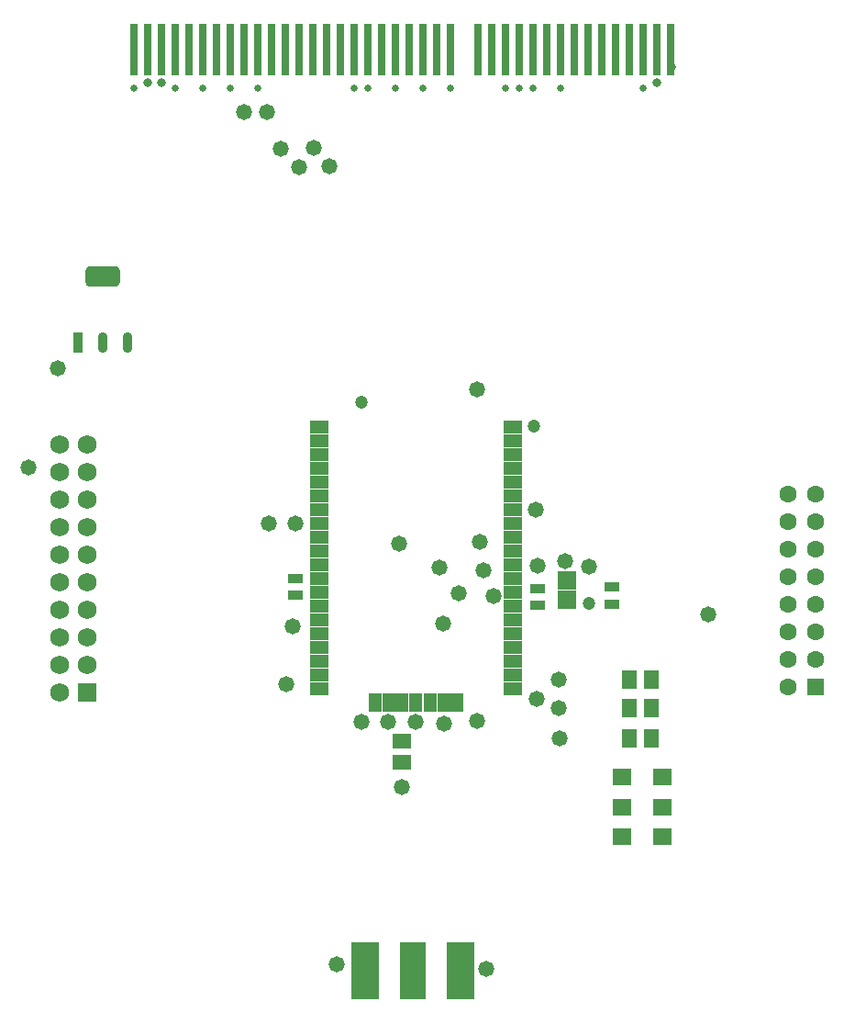
<source format=gbr>
%TF.GenerationSoftware,Altium Limited,Altium Designer,23.3.1 (30)*%
G04 Layer_Color=8388736*
%FSLAX45Y45*%
%MOMM*%
%TF.SameCoordinates,1C6A76D4-FC78-4FE7-9AFF-FEA26D458E01*%
%TF.FilePolarity,Negative*%
%TF.FileFunction,Soldermask,Top*%
%TF.Part,Single*%
G01*
G75*
%TA.AperFunction,SMDPad,CuDef*%
%ADD13R,0.91981X1.90415*%
G04:AMPARAMS|DCode=14|XSize=1.90415mm|YSize=0.91981mm|CornerRadius=0.4599mm|HoleSize=0mm|Usage=FLASHONLY|Rotation=90.000|XOffset=0mm|YOffset=0mm|HoleType=Round|Shape=RoundedRectangle|*
%AMROUNDEDRECTD14*
21,1,1.90415,0.00000,0,0,90.0*
21,1,0.98435,0.91981,0,0,90.0*
1,1,0.91981,0.00000,0.49217*
1,1,0.91981,0.00000,-0.49217*
1,1,0.91981,0.00000,-0.49217*
1,1,0.91981,0.00000,0.49217*
%
%ADD14ROUNDEDRECTD14*%
G04:AMPARAMS|DCode=15|XSize=1.90415mm|YSize=3.21981mm|CornerRadius=0.457mm|HoleSize=0mm|Usage=FLASHONLY|Rotation=90.000|XOffset=0mm|YOffset=0mm|HoleType=Round|Shape=RoundedRectangle|*
%AMROUNDEDRECTD15*
21,1,1.90415,2.30581,0,0,90.0*
21,1,0.99016,3.21981,0,0,90.0*
1,1,0.91399,1.15291,0.49508*
1,1,0.91399,1.15291,-0.49508*
1,1,0.91399,-1.15291,-0.49508*
1,1,0.91399,-1.15291,0.49508*
%
%ADD15ROUNDEDRECTD15*%
%ADD16R,1.35000X0.95000*%
%ADD17R,1.31583X0.90606*%
%ADD21R,1.75000X1.50000*%
%TA.AperFunction,ComponentPad*%
%ADD29R,1.60020X1.60020*%
%ADD30C,1.60020*%
%TA.AperFunction,SMDPad,CuDef*%
%ADD52R,1.72400X1.21600*%
%ADD53R,1.21600X1.72400*%
%ADD54R,1.75320X1.70320*%
%ADD55R,1.65320X1.40320*%
%ADD56R,1.40320X1.65320*%
%ADD57R,2.61620X5.28320*%
%ADD58R,2.48920X5.28320*%
%ADD59R,0.73320X4.77520*%
%TA.AperFunction,ComponentPad*%
%ADD60C,1.73320*%
%ADD61R,1.73320X1.73320*%
%TA.AperFunction,ViaPad*%
%ADD62C,1.20320*%
%ADD63C,1.47320*%
%ADD64C,0.83820*%
%ADD65C,0.64720*%
D13*
X1800000Y7065000D02*
D03*
D14*
X2030000D02*
D03*
X2260000D02*
D03*
D15*
X2030000Y7675000D02*
D03*
D16*
X3810000Y4885000D02*
D03*
Y4735000D02*
D03*
X6040000Y4645000D02*
D03*
Y4795000D02*
D03*
D17*
X6730000Y4807608D02*
D03*
Y4652392D02*
D03*
D21*
X6820000Y2510000D02*
D03*
X7195000D02*
D03*
X6820000Y2780000D02*
D03*
X7195000D02*
D03*
X6820000Y3060000D02*
D03*
X7195000D02*
D03*
D29*
X8604000Y3886000D02*
D03*
D30*
X8350000D02*
D03*
X8604000Y4140000D02*
D03*
X8350000D02*
D03*
X8604000Y4394000D02*
D03*
X8350000D02*
D03*
X8604000Y4648000D02*
D03*
X8350000D02*
D03*
X8604000Y4902000D02*
D03*
X8350000D02*
D03*
X8604000Y5156000D02*
D03*
X8350000D02*
D03*
X8604000Y5410000D02*
D03*
X8350000D02*
D03*
X8604000Y5664000D02*
D03*
X8350000D02*
D03*
D52*
X5810000Y6286500D02*
D03*
Y6159500D02*
D03*
Y6032500D02*
D03*
Y5905500D02*
D03*
Y5778500D02*
D03*
Y5651500D02*
D03*
Y5524500D02*
D03*
Y5397500D02*
D03*
Y5270500D02*
D03*
Y5143500D02*
D03*
Y5016500D02*
D03*
Y4889500D02*
D03*
Y4762500D02*
D03*
Y4635500D02*
D03*
Y4508500D02*
D03*
Y4381500D02*
D03*
Y4254500D02*
D03*
Y4127500D02*
D03*
Y4000500D02*
D03*
Y3873500D02*
D03*
X4030000Y6286500D02*
D03*
Y6159500D02*
D03*
Y6032500D02*
D03*
Y5905500D02*
D03*
Y5778500D02*
D03*
Y5651500D02*
D03*
Y5524500D02*
D03*
Y5397500D02*
D03*
Y5270500D02*
D03*
Y5143500D02*
D03*
Y5016500D02*
D03*
Y4889500D02*
D03*
Y4762500D02*
D03*
Y4635500D02*
D03*
Y4508500D02*
D03*
Y4381500D02*
D03*
Y4254500D02*
D03*
Y4127500D02*
D03*
Y4000500D02*
D03*
Y3873500D02*
D03*
D53*
X5300000Y3746500D02*
D03*
X5180000D02*
D03*
X5050000D02*
D03*
X4920000D02*
D03*
X4790000D02*
D03*
X4670000D02*
D03*
X4540000D02*
D03*
D54*
X6310000Y4870000D02*
D03*
Y4690000D02*
D03*
D55*
X4787500Y3192500D02*
D03*
Y3392500D02*
D03*
D56*
X6890000Y3960000D02*
D03*
X7090000D02*
D03*
X6890000Y3690000D02*
D03*
X7090000D02*
D03*
X6890000Y3410000D02*
D03*
X7090000D02*
D03*
D57*
X4451850Y1270000D02*
D03*
X5328150D02*
D03*
D58*
X4890000D02*
D03*
D59*
X2317650Y9760000D02*
D03*
X2444650D02*
D03*
X2571650D02*
D03*
X2698650D02*
D03*
X2825650D02*
D03*
X2952650D02*
D03*
X3079650D02*
D03*
X3206650D02*
D03*
X3333650D02*
D03*
X3460650D02*
D03*
X3587650D02*
D03*
X3714650D02*
D03*
X3841650D02*
D03*
X3968650D02*
D03*
X4095650D02*
D03*
X4222650D02*
D03*
X4349650D02*
D03*
X4476650D02*
D03*
X4603650D02*
D03*
X4730650D02*
D03*
X4857650D02*
D03*
X4984650D02*
D03*
X5111650D02*
D03*
X5238650D02*
D03*
X5492650D02*
D03*
X5619650D02*
D03*
X5746650D02*
D03*
X5873650D02*
D03*
X6000650D02*
D03*
X6127650D02*
D03*
X6254650D02*
D03*
X6381650D02*
D03*
X6508650D02*
D03*
X6635650D02*
D03*
X6762650D02*
D03*
X6889650D02*
D03*
X7016650D02*
D03*
X7143650D02*
D03*
X7270650D02*
D03*
D60*
X1630000Y6122000D02*
D03*
X1884000D02*
D03*
X1630000Y5868000D02*
D03*
X1884000D02*
D03*
X1630000Y5614000D02*
D03*
X1884000D02*
D03*
X1630000Y5360000D02*
D03*
X1884000D02*
D03*
X1630000Y5106000D02*
D03*
X1884000D02*
D03*
X1630000Y4852000D02*
D03*
X1884000D02*
D03*
X1630000Y4598000D02*
D03*
X1884000D02*
D03*
X1630000Y4344000D02*
D03*
X1884000D02*
D03*
X1630000Y4090000D02*
D03*
X1884000D02*
D03*
X1630000Y3836000D02*
D03*
D61*
X1884000D02*
D03*
D62*
X6512500Y4660000D02*
D03*
X4415000Y6510000D02*
D03*
X6010000Y6290000D02*
D03*
D63*
X3562500Y5392500D02*
D03*
X1340000Y5915255D02*
D03*
X5485000Y6627500D02*
D03*
X5180000Y3547500D02*
D03*
X5485000Y3575000D02*
D03*
X4417500Y3567500D02*
D03*
X4665000Y3562500D02*
D03*
X4920000Y3567500D02*
D03*
X6022000Y5524500D02*
D03*
X6247500Y3410000D02*
D03*
X6237500Y3952500D02*
D03*
Y3692500D02*
D03*
X4120000Y8690000D02*
D03*
X3977500Y8860000D02*
D03*
X3845000Y8682500D02*
D03*
X3542500Y9185000D02*
D03*
X3805000Y5395000D02*
D03*
X4790000Y2967500D02*
D03*
X5317500Y4755000D02*
D03*
X4760000Y5210000D02*
D03*
X5510000Y5230000D02*
D03*
X5540000Y4960000D02*
D03*
X5640000Y4730000D02*
D03*
X6040000Y5010000D02*
D03*
X3330000Y9190000D02*
D03*
X3670000Y8850000D02*
D03*
X5170000Y4470000D02*
D03*
X5133900Y4990000D02*
D03*
X7620000Y4556600D02*
D03*
X6300000Y5050000D02*
D03*
X3780000Y4450000D02*
D03*
X6520000Y4997322D02*
D03*
X3720000Y3910000D02*
D03*
X1614217Y6830000D02*
D03*
X5570000Y1290000D02*
D03*
X4190000Y1330000D02*
D03*
X6030000Y3780000D02*
D03*
D64*
X7143700Y9460000D02*
D03*
X7275950Y9603885D02*
D03*
X2444700Y9460000D02*
D03*
X2571700D02*
D03*
D65*
X7016700Y9410000D02*
D03*
X4730700D02*
D03*
X4984700D02*
D03*
X6000700D02*
D03*
X6254700D02*
D03*
X5746700D02*
D03*
X5873700D02*
D03*
X5238700D02*
D03*
X3460700D02*
D03*
X4476700D02*
D03*
X4349700D02*
D03*
X3206700D02*
D03*
X2952700D02*
D03*
X2698700D02*
D03*
X2317700D02*
D03*
%TF.MD5,dbedac423b321dbe3e280e9f7856436e*%
M02*

</source>
